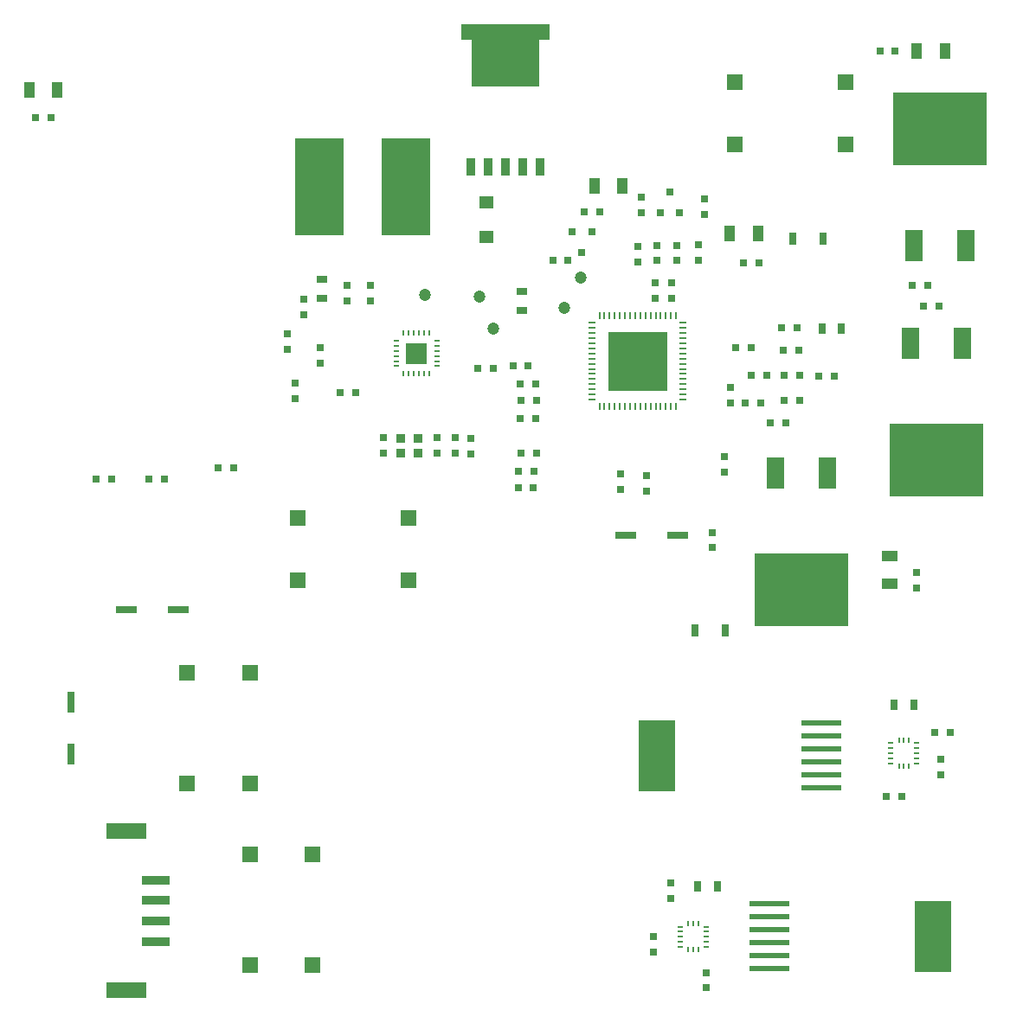
<source format=gtp>
G04 #@! TF.FileFunction,Paste,Top*
%FSLAX46Y46*%
G04 Gerber Fmt 4.6, Leading zero omitted, Abs format (unit mm)*
G04 Created by KiCad (PCBNEW 4.0.2+e4-6225~38~ubuntu14.04.1-stable) date Sun 24 Jul 2016 05:02:12 PM PDT*
%MOMM*%
G01*
G04 APERTURE LIST*
%ADD10C,0.150000*%
%ADD11R,0.800608X0.719328*%
%ADD12R,0.719328X0.800608*%
%ADD13R,1.117600X0.711200*%
%ADD14R,2.032000X0.792480*%
%ADD15R,1.599184X1.599184*%
%ADD16R,4.800000X9.600000*%
%ADD17R,0.711200X1.117600*%
%ADD18R,1.999488X1.999488*%
%ADD19O,0.199136X0.640080*%
%ADD20O,0.640080X0.199136*%
%ADD21R,0.200000X0.680000*%
%ADD22R,0.680000X0.200000*%
%ADD23R,5.720000X5.720000*%
%ADD24R,8.640000X1.528000*%
%ADD25R,0.856000X1.728000*%
%ADD26R,6.664000X5.592000*%
%ADD27R,0.960000X0.880000*%
%ADD28R,0.800000X0.640000*%
%ADD29R,0.800608X1.200912*%
%ADD30R,0.800608X1.239520*%
%ADD31R,1.344000X1.216000*%
%ADD32R,1.664000X3.048000*%
%ADD33R,9.144000X7.112000*%
%ADD34R,1.000000X1.600000*%
%ADD35R,1.600000X1.000000*%
%ADD36R,0.640080X0.640080*%
%ADD37C,1.200000*%
%ADD38R,4.000000X1.600000*%
%ADD39R,2.712000X0.896000*%
%ADD40R,0.792480X2.032000*%
%ADD41R,4.000000X0.608000*%
%ADD42R,3.600000X7.040000*%
%ADD43R,0.480000X0.180000*%
%ADD44R,0.180000X0.480000*%
G04 APERTURE END LIST*
D10*
D11*
X132300000Y-99251840D03*
X132300000Y-97748160D03*
X130800000Y-99201840D03*
X130800000Y-97698160D03*
X129000000Y-99201840D03*
X129000000Y-97698160D03*
X123750000Y-99201840D03*
X123750000Y-97698160D03*
X122500000Y-82748160D03*
X122500000Y-84251840D03*
X155950000Y-108451840D03*
X155950000Y-106948160D03*
X149550000Y-101398160D03*
X149550000Y-102901840D03*
X157750000Y-92798160D03*
X157750000Y-94301840D03*
D12*
X136448160Y-90600000D03*
X137951840Y-90600000D03*
X159751840Y-88900000D03*
X158248160Y-88900000D03*
D13*
X137300000Y-85252500D03*
X137300000Y-83347500D03*
D11*
X120200000Y-82748160D03*
X120200000Y-84251840D03*
D12*
X134551840Y-90900000D03*
X133048160Y-90900000D03*
D11*
X152000000Y-82548160D03*
X152000000Y-84051840D03*
X148675000Y-78948160D03*
X148675000Y-80451840D03*
X154600000Y-80301840D03*
X154600000Y-78798160D03*
X150400000Y-82548160D03*
X150400000Y-84051840D03*
D13*
X117800000Y-82147500D03*
X117800000Y-84052500D03*
D14*
X152540000Y-107250000D03*
X147460000Y-107250000D03*
D15*
X115389800Y-111650120D03*
X115389800Y-105549040D03*
X126215280Y-111650120D03*
X126215280Y-105549040D03*
X169010200Y-62849880D03*
X169010200Y-68950960D03*
X158184720Y-62849880D03*
X158184720Y-68950960D03*
D16*
X125950000Y-73150000D03*
X117550000Y-73150000D03*
D12*
X138751840Y-99150000D03*
X137248160Y-99150000D03*
X138501840Y-101000000D03*
X136998160Y-101000000D03*
X138451840Y-102600000D03*
X136948160Y-102600000D03*
X119548160Y-93300000D03*
X121051840Y-93300000D03*
X159148160Y-94300000D03*
X160651840Y-94300000D03*
X138651840Y-92400000D03*
X137148160Y-92400000D03*
X138751840Y-94000000D03*
X137248160Y-94000000D03*
X138651840Y-95800000D03*
X137148160Y-95800000D03*
D11*
X117600000Y-90351840D03*
X117600000Y-88848160D03*
X115100000Y-92348160D03*
X115100000Y-93851840D03*
X116000000Y-85651840D03*
X116000000Y-84148160D03*
X114400000Y-87548160D03*
X114400000Y-89051840D03*
D12*
X97151840Y-101700000D03*
X95648160Y-101700000D03*
D11*
X147000000Y-101248160D03*
X147000000Y-102751840D03*
D12*
X102351840Y-101700000D03*
X100848160Y-101700000D03*
X109151840Y-100600000D03*
X107648160Y-100600000D03*
D11*
X149050000Y-75651840D03*
X149050000Y-74148160D03*
D12*
X176648160Y-84800000D03*
X178151840Y-84800000D03*
X162998160Y-94050000D03*
X164501840Y-94050000D03*
X161648160Y-96250000D03*
X163151840Y-96250000D03*
X167851840Y-91650000D03*
X166348160Y-91650000D03*
D11*
X157100000Y-101051840D03*
X157100000Y-99548160D03*
D17*
X166697500Y-87000000D03*
X168602500Y-87000000D03*
D11*
X155150000Y-75801840D03*
X155150000Y-74298160D03*
D12*
X177001840Y-82800000D03*
X175498160Y-82800000D03*
X144951840Y-75600000D03*
X143448160Y-75600000D03*
X162998160Y-91550000D03*
X164501840Y-91550000D03*
X164401840Y-89100000D03*
X162898160Y-89100000D03*
X161301840Y-91550000D03*
X159798160Y-91550000D03*
D18*
X127010000Y-89430000D03*
D19*
X125760320Y-91428980D03*
X126260700Y-91428980D03*
X126761080Y-91428980D03*
X127258920Y-91428980D03*
X127759300Y-91428980D03*
X128259680Y-91428980D03*
D20*
X129008980Y-90679680D03*
X129008980Y-90179300D03*
X129008980Y-89678920D03*
X129008980Y-89181080D03*
X129008980Y-88680700D03*
X129008980Y-88180320D03*
D19*
X128259680Y-87431020D03*
X127759300Y-87431020D03*
X127258920Y-87431020D03*
X126761080Y-87431020D03*
X126260700Y-87431020D03*
X125760320Y-87431020D03*
D20*
X125011020Y-88180320D03*
X125011020Y-88680700D03*
X125011020Y-89181080D03*
X125011020Y-89678920D03*
X125011020Y-90179300D03*
X125011020Y-90679680D03*
D21*
X151910000Y-94640000D03*
X152410000Y-94640000D03*
X148910000Y-94640000D03*
X149410000Y-94640000D03*
X150410000Y-94640000D03*
X149910000Y-94640000D03*
X151410000Y-94640000D03*
X150910000Y-94640000D03*
X146910000Y-94640000D03*
X147410000Y-94640000D03*
X148410000Y-94640000D03*
X147910000Y-94640000D03*
X145910000Y-94640000D03*
X146410000Y-94640000D03*
X145410000Y-94640000D03*
X144910000Y-94640000D03*
D22*
X144210000Y-93940000D03*
X144210000Y-93440000D03*
X144210000Y-92440000D03*
X144210000Y-92940000D03*
X144210000Y-90940000D03*
X144210000Y-90440000D03*
X144210000Y-91440000D03*
X144210000Y-91940000D03*
X144210000Y-87940000D03*
X144210000Y-87440000D03*
X144210000Y-88940000D03*
X144210000Y-88440000D03*
X144210000Y-89440000D03*
X144210000Y-89940000D03*
X144210000Y-86440000D03*
X144210000Y-86940000D03*
D21*
X144910000Y-85740000D03*
X145410000Y-85740000D03*
X146410000Y-85740000D03*
X145910000Y-85740000D03*
X147910000Y-85740000D03*
X148410000Y-85740000D03*
X147410000Y-85740000D03*
X146910000Y-85740000D03*
X150910000Y-85740000D03*
X151410000Y-85740000D03*
X149910000Y-85740000D03*
X150410000Y-85740000D03*
X149410000Y-85740000D03*
X148910000Y-85740000D03*
X152410000Y-85740000D03*
X151910000Y-85740000D03*
D22*
X153110000Y-86940000D03*
X153110000Y-86440000D03*
X153110000Y-89940000D03*
X153110000Y-89440000D03*
X153110000Y-88440000D03*
X153110000Y-88920000D03*
X153110000Y-87440000D03*
X153110000Y-87940000D03*
X153110000Y-91940000D03*
X153110000Y-91440000D03*
X153110000Y-90440000D03*
X153110000Y-90940000D03*
X153110000Y-92940000D03*
X153110000Y-92440000D03*
X153110000Y-93440000D03*
X153110000Y-93940000D03*
D23*
X148660000Y-90190000D03*
D24*
X135700000Y-57940000D03*
D25*
X137400000Y-71150000D03*
X139100000Y-71150000D03*
X135700000Y-71150000D03*
X134000000Y-71150000D03*
X132300000Y-71150000D03*
D26*
X135700000Y-60475000D03*
X135700000Y-60475000D03*
D24*
X135700000Y-57940000D03*
D27*
X127150000Y-97750000D03*
X125450000Y-97750000D03*
X127150000Y-99150000D03*
X125450000Y-99150000D03*
D28*
X150500000Y-80350000D03*
X152500000Y-80350000D03*
X150500000Y-78850000D03*
X152500000Y-78850000D03*
D29*
X163836960Y-78184760D03*
D30*
X166763040Y-78194920D03*
D31*
X133850000Y-78050000D03*
X133850000Y-74650000D03*
D12*
X160501840Y-80550000D03*
X158998160Y-80550000D03*
X91251840Y-66300000D03*
X89748160Y-66300000D03*
X173851840Y-59850000D03*
X172348160Y-59850000D03*
D11*
X175900000Y-112401840D03*
X175900000Y-110898160D03*
D12*
X162748160Y-86900000D03*
X164251840Y-86900000D03*
D29*
X154286960Y-116534760D03*
D30*
X157213040Y-116544920D03*
D32*
X175660000Y-78880000D03*
D33*
X178200000Y-67450000D03*
D32*
X180740000Y-78880000D03*
X167190000Y-101120000D03*
D33*
X164650000Y-112550000D03*
D32*
X162110000Y-101120000D03*
X180440000Y-88420000D03*
D33*
X177900000Y-99850000D03*
D32*
X175360000Y-88420000D03*
D34*
X144425000Y-73050000D03*
X147175000Y-73050000D03*
X160425000Y-77700000D03*
X157675000Y-77700000D03*
X91875000Y-63650000D03*
X89125000Y-63650000D03*
X175975000Y-59800000D03*
X178725000Y-59800000D03*
D35*
X173350000Y-111975000D03*
X173350000Y-109225000D03*
D36*
X150850000Y-75650760D03*
X152750000Y-75650760D03*
X151800000Y-73651780D03*
X144150000Y-77549240D03*
X142250000Y-77549240D03*
X143200000Y-79548220D03*
D14*
X103740000Y-114500000D03*
X98660000Y-114500000D03*
D37*
X141500000Y-85000000D03*
X143100000Y-82000000D03*
X134500000Y-87000000D03*
X133200000Y-83900000D03*
X127800000Y-83700000D03*
D12*
X140348160Y-80300000D03*
X141851840Y-80300000D03*
D15*
X116801080Y-149300000D03*
X110700000Y-149300000D03*
X116801080Y-138474520D03*
X110700000Y-138474520D03*
D38*
X98600000Y-151800000D03*
X98600000Y-136200000D03*
D39*
X101500000Y-147000000D03*
X101500000Y-141000000D03*
X101500000Y-143000000D03*
X101500000Y-145000000D03*
D15*
X110701080Y-131525480D03*
X104600000Y-131525480D03*
X110701080Y-120700000D03*
X104600000Y-120700000D03*
D40*
X93200000Y-128640000D03*
X93200000Y-123560000D03*
D41*
X161500000Y-143325000D03*
X161500000Y-145865000D03*
X161500000Y-148405000D03*
X161500000Y-147135000D03*
X161500000Y-149675000D03*
X161500000Y-144595000D03*
D42*
X177550000Y-146500000D03*
D43*
X152825000Y-146050000D03*
X152825000Y-145550000D03*
X155375000Y-145550000D03*
X152825000Y-146545000D03*
X152825000Y-147050000D03*
X152825000Y-147550000D03*
D44*
X153600000Y-147825000D03*
X154065000Y-147825000D03*
X154600000Y-147825000D03*
D43*
X155375000Y-147550000D03*
X155375000Y-147050000D03*
X155375000Y-146545000D03*
X155375000Y-146050000D03*
D44*
X154600000Y-145275000D03*
X154085000Y-145275000D03*
X153600000Y-145275000D03*
D11*
X151850000Y-142801840D03*
X151850000Y-141298160D03*
X155360000Y-151541840D03*
X155360000Y-150038160D03*
X150200000Y-148051840D03*
X150200000Y-146548160D03*
D17*
X156422500Y-141600000D03*
X154517500Y-141600000D03*
D12*
X179251840Y-126500000D03*
X177748160Y-126500000D03*
X172948160Y-132800000D03*
X174451840Y-132800000D03*
D11*
X178300000Y-130651840D03*
X178300000Y-129148160D03*
D43*
X173425000Y-128050000D03*
X173425000Y-127550000D03*
X175975000Y-127550000D03*
X173425000Y-128545000D03*
X173425000Y-129050000D03*
X173425000Y-129550000D03*
D44*
X174200000Y-129825000D03*
X174665000Y-129825000D03*
X175200000Y-129825000D03*
D43*
X175975000Y-129550000D03*
X175975000Y-129050000D03*
X175975000Y-128545000D03*
X175975000Y-128050000D03*
D44*
X175200000Y-127275000D03*
X174685000Y-127275000D03*
X174200000Y-127275000D03*
D41*
X166600000Y-131975000D03*
X166600000Y-129435000D03*
X166600000Y-126895000D03*
X166600000Y-128165000D03*
X166600000Y-125625000D03*
X166600000Y-130705000D03*
D42*
X150550000Y-128800000D03*
D17*
X173747500Y-123800000D03*
X175652500Y-123800000D03*
M02*

</source>
